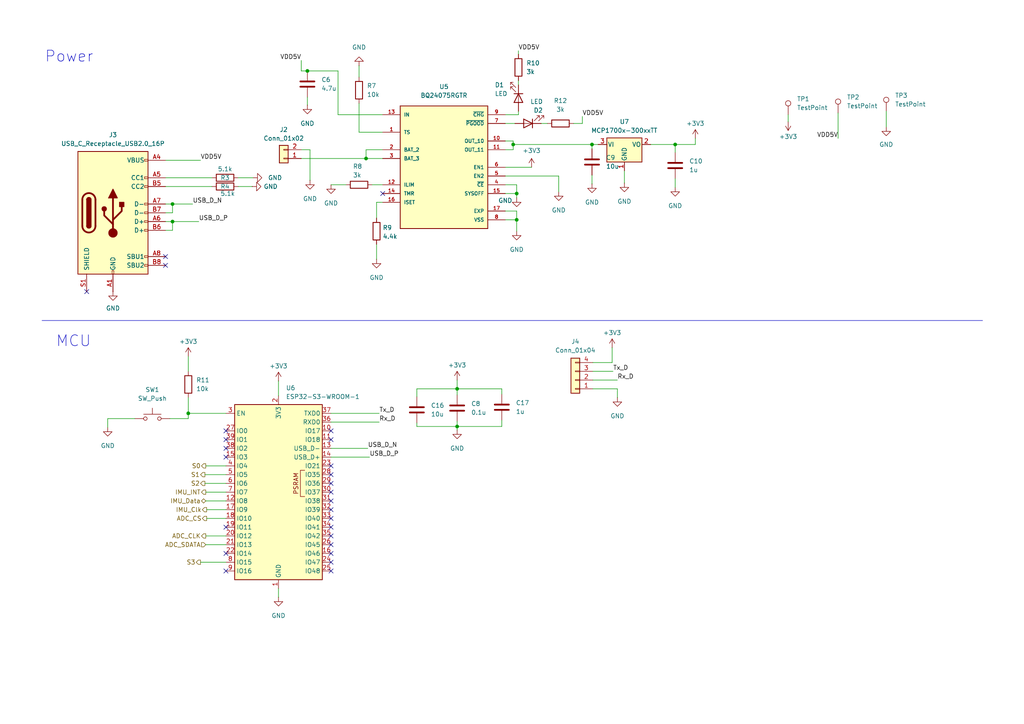
<source format=kicad_sch>
(kicad_sch (version 20250114) (generator "eeschema") (generator_version "9.0")
  (paper "A4")
  (lib_symbols
    (symbol "Connector:TestPoint" (pin_numbers (hide yes)) (pin_names (offset 0.762) (hide yes))
      (property "Reference" "TP" (at 0 6.858 0))
      (property "Value" "TestPoint" (at 0 5.08 0))
      (symbol "TestPoint_0_1"
        (circle (center 0 3.302) (radius 0.762))
      )
      (symbol "TestPoint_1_1"
        (pin passive line (at 0 0 90) (length 2.54) (name "1") (number "1"))
      )
    )
    (symbol "Connector:USB_C_Receptacle_USB2.0_16P" (pin_names (offset 1.016))
      (property "Reference" "J" (at 0 22.225 0))
      (property "Value" "USB_C_Receptacle_USB2.0_16P" (at 0 19.685 0))
      (symbol "USB_C_Receptacle_USB2.0_16P_0_0"
        (rectangle (start -0.254 -17.78) (end 0.254 -16.764))
        (rectangle (start 10.16 15.494) (end 9.144 14.986))
        (rectangle (start 10.16 10.414) (end 9.144 9.906))
        (rectangle (start 10.16 7.874) (end 9.144 7.366))
        (rectangle (start 10.16 2.794) (end 9.144 2.286))
        (rectangle (start 10.16 0.254) (end 9.144 -0.254))
        (rectangle (start 10.16 -2.286) (end 9.144 -2.794))
        (rectangle (start 10.16 -4.826) (end 9.144 -5.334))
        (rectangle (start 10.16 -12.446) (end 9.144 -12.954))
        (rectangle (start 10.16 -14.986) (end 9.144 -15.494))
      )
      (symbol "USB_C_Receptacle_USB2.0_16P_0_1"
        (rectangle (start -10.16 17.78) (end 10.16 -17.78) (stroke (width 0.254)) (fill (type background)))
        (polyline (pts (xy -8.89 -3.81) (xy -8.89 3.81)) (stroke (width 0.508)))
        (rectangle (start -7.62 -3.81) (end -6.35 3.81) (stroke (width 0.254)) (fill (type outline)))
        (arc (start -7.62 3.81) (mid -6.985 4.4423) (end -6.35 3.81) (stroke (width 0.254)))
        (arc (start -7.62 3.81) (mid -6.985 4.4423) (end -6.35 3.81) (stroke (width 0.254)) (fill (type outline)))
        (arc (start -8.89 3.81) (mid -6.985 5.7067) (end -5.08 3.81) (stroke (width 0.508)))
        (arc (start -5.08 -3.81) (mid -6.985 -5.7067) (end -8.89 -3.81) (stroke (width 0.508)))
        (arc (start -6.35 -3.81) (mid -6.985 -4.4423) (end -7.62 -3.81) (stroke (width 0.254)))
        (arc (start -6.35 -3.81) (mid -6.985 -4.4423) (end -7.62 -3.81) (stroke (width 0.254)) (fill (type outline)))
        (polyline (pts (xy -5.08 3.81) (xy -5.08 -3.81)) (stroke (width 0.508)))
        (circle (center -2.54 1.143) (radius 0.635) (stroke (width 0.254)) (fill (type outline)))
        (polyline (pts (xy -1.27 4.318) (xy 0 6.858) (xy 1.27 4.318) (xy -1.27 4.318)) (stroke (width 0.254)) (fill (type outline)))
        (polyline (pts (xy 0 -2.032) (xy 2.54 0.508) (xy 2.54 1.778)) (stroke (width 0.508)))
        (polyline (pts (xy 0 -3.302) (xy -2.54 -0.762) (xy -2.54 0.508)) (stroke (width 0.508)))
        (polyline (pts (xy 0 -5.842) (xy 0 4.318)) (stroke (width 0.508)))
        (circle (center 0 -5.842) (radius 1.27) (fill (type outline)))
        (rectangle (start 1.905 1.778) (end 3.175 3.048) (stroke (width 0.254)) (fill (type outline)))
      )
      (symbol "USB_C_Receptacle_USB2.0_16P_1_1"
        (pin passive line (at -7.62 -22.86 90) (length 5.08) (name "SHIELD") (number "S1"))
        (pin passive line (at 0 -22.86 90) (length 5.08) (name "GND") (number "A1"))
        (pin passive line (at 0 -22.86 90) (length 5.08) (hide yes) (name "GND") (number "A12"))
        (pin passive line (at 0 -22.86 90) (length 5.08) (hide yes) (name "GND") (number "B1"))
        (pin passive line (at 0 -22.86 90) (length 5.08) (hide yes) (name "GND") (number "B12"))
        (pin passive line (at 15.24 15.24 180) (length 5.08) (name "VBUS") (number "A4"))
        (pin passive line (at 15.24 15.24 180) (length 5.08) (hide yes) (name "VBUS") (number "A9"))
        (pin passive line (at 15.24 15.24 180) (length 5.08) (hide yes) (name "VBUS") (number "B4"))
        (pin passive line (at 15.24 15.24 180) (length 5.08) (hide yes) (name "VBUS") (number "B9"))
        (pin bidirectional line (at 15.24 10.16 180) (length 5.08) (name "CC1") (number "A5"))
        (pin bidirectional line (at 15.24 7.62 180) (length 5.08) (name "CC2") (number "B5"))
        (pin bidirectional line (at 15.24 2.54 180) (length 5.08) (name "D-") (number "A7"))
        (pin bidirectional line (at 15.24 0 180) (length 5.08) (name "D-") (number "B7"))
        (pin bidirectional line (at 15.24 -2.54 180) (length 5.08) (name "D+") (number "A6"))
        (pin bidirectional line (at 15.24 -5.08 180) (length 5.08) (name "D+") (number "B6"))
        (pin bidirectional line (at 15.24 -12.7 180) (length 5.08) (name "SBU1") (number "A8"))
        (pin bidirectional line (at 15.24 -15.24 180) (length 5.08) (name "SBU2") (number "B8"))
      )
    )
    (symbol "Connector_Generic:Conn_01x02" (pin_names (offset 1.016) (hide yes))
      (property "Reference" "J" (at 0 2.54 0))
      (property "Value" "Conn_01x02" (at 0 -5.08 0))
      (symbol "Conn_01x02_1_1"
        (rectangle (start -1.27 1.27) (end 1.27 -3.81) (stroke (width 0.254)) (fill (type background)))
        (rectangle (start -1.27 0.127) (end 0 -0.127) (stroke (width 0.1524)))
        (rectangle (start -1.27 -2.413) (end 0 -2.667) (stroke (width 0.1524)))
        (pin passive line (at -5.08 0 0) (length 3.81) (name "Pin_1") (number "1"))
        (pin passive line (at -5.08 -2.54 0) (length 3.81) (name "Pin_2") (number "2"))
      )
    )
    (symbol "Connector_Generic:Conn_01x04" (pin_names (offset 1.016) (hide yes))
      (property "Reference" "J" (at 0 5.08 0))
      (property "Value" "Conn_01x04" (at 0 -7.62 0))
      (symbol "Conn_01x04_1_1"
        (rectangle (start -1.27 3.81) (end 1.27 -6.35) (stroke (width 0.254)) (fill (type background)))
        (rectangle (start -1.27 2.667) (end 0 2.413) (stroke (width 0.1524)))
        (rectangle (start -1.27 0.127) (end 0 -0.127) (stroke (width 0.1524)))
        (rectangle (start -1.27 -2.413) (end 0 -2.667) (stroke (width 0.1524)))
        (rectangle (start -1.27 -4.953) (end 0 -5.207) (stroke (width 0.1524)))
        (pin passive line (at -5.08 2.54 0) (length 3.81) (name "Pin_1") (number "1"))
        (pin passive line (at -5.08 0 0) (length 3.81) (name "Pin_2") (number "2"))
        (pin passive line (at -5.08 -2.54 0) (length 3.81) (name "Pin_3") (number "3"))
        (pin passive line (at -5.08 -5.08 0) (length 3.81) (name "Pin_4") (number "4"))
      )
    )
    (symbol "Device:C" (pin_numbers (hide yes)) (pin_names (offset 0.254))
      (property "Reference" "C" (at 0.635 2.54 0))
      (property "Value" "C" (at 0.635 -2.54 0))
      (symbol "C_0_1"
        (polyline (pts (xy -2.032 0.762) (xy 2.032 0.762)) (stroke (width 0.508)))
        (polyline (pts (xy -2.032 -0.762) (xy 2.032 -0.762)) (stroke (width 0.508)))
      )
      (symbol "C_1_1"
        (pin passive line (at 0 3.81 270) (length 2.794) (name "~") (number "1"))
        (pin passive line (at 0 -3.81 90) (length 2.794) (name "~") (number "2"))
      )
    )
    (symbol "Device:LED" (pin_numbers (hide yes)) (pin_names (offset 1.016) (hide yes))
      (property "Reference" "D" (at 0 2.54 0))
      (property "Value" "LED" (at 0 -2.54 0))
      (symbol "LED_0_1"
        (polyline (pts (xy -3.048 -0.762) (xy -4.572 -2.286) (xy -3.81 -2.286) (xy -4.572 -2.286) (xy -4.572 -1.524)))
        (polyline (pts (xy -1.778 -0.762) (xy -3.302 -2.286) (xy -2.54 -2.286) (xy -3.302 -2.286) (xy -3.302 -1.524)))
        (polyline (pts (xy -1.27 0) (xy 1.27 0)))
        (polyline (pts (xy -1.27 -1.27) (xy -1.27 1.27)) (stroke (width 0.254)))
        (polyline (pts (xy 1.27 -1.27) (xy 1.27 1.27) (xy -1.27 0) (xy 1.27 -1.27)) (stroke (width 0.254)))
      )
      (symbol "LED_1_1"
        (pin passive line (at -3.81 0 0) (length 2.54) (name "K") (number "1"))
        (pin passive line (at 3.81 0 180) (length 2.54) (name "A") (number "2"))
      )
    )
    (symbol "Device:R" (pin_numbers (hide yes)) (pin_names (offset 0))
      (property "Reference" "R" (at 2.032 0 90))
      (property "Value" "R" (at 0 0 90))
      (symbol "R_0_1"
        (rectangle (start -1.016 -2.54) (end 1.016 2.54) (stroke (width 0.254)))
      )
      (symbol "R_1_1"
        (pin passive line (at 0 3.81 270) (length 1.27) (name "~") (number "1"))
        (pin passive line (at 0 -3.81 90) (length 1.27) (name "~") (number "2"))
      )
    )
    (symbol "PP_Senior_Design:BQ24075RGTR" (pin_names (offset 1.016))
      (property "Reference" "U" (at -12.7 18.78 0))
      (property "Value" "BQ24075RGTR" (at -12.7 -21.78 0))
      (symbol "BQ24075RGTR_0_0"
        (rectangle (start -12.7 -17.78) (end 12.7 17.78) (stroke (width 0.254)) (fill (type background)))
        (pin input line (at -17.78 15.24 0) (length 5.08) (name "IN") (number "13"))
        (pin input line (at -17.78 10.16 0) (length 5.08) (name "TS") (number "1"))
        (pin bidirectional line (at -17.78 5.08 0) (length 5.08) (name "BAT_2") (number "2"))
        (pin bidirectional line (at -17.78 2.54 0) (length 5.08) (name "BAT_3") (number "3"))
        (pin input line (at -17.78 -5.08 0) (length 5.08) (name "ILIM") (number "12"))
        (pin input line (at -17.78 -7.62 0) (length 5.08) (name "TMR") (number "14"))
        (pin bidirectional line (at -17.78 -10.16 0) (length 5.08) (name "ISET") (number "16"))
        (pin output line (at 17.78 15.24 180) (length 5.08) (name "~{CHG}") (number "9"))
        (pin output line (at 17.78 12.7 180) (length 5.08) (name "~{PGOOD}") (number "7"))
        (pin output line (at 17.78 7.62 180) (length 5.08) (name "OUT_10") (number "10"))
        (pin output line (at 17.78 5.08 180) (length 5.08) (name "OUT_11") (number "11"))
        (pin input line (at 17.78 0 180) (length 5.08) (name "EN1") (number "6"))
        (pin input line (at 17.78 -2.54 180) (length 5.08) (name "EN2") (number "5"))
        (pin input line (at 17.78 -5.08 180) (length 5.08) (name "~{CE}") (number "4"))
        (pin input line (at 17.78 -7.62 180) (length 5.08) (name "SYSOFF") (number "15"))
        (pin power_in line (at 17.78 -12.7 180) (length 5.08) (name "EXP") (number "17"))
        (pin power_in line (at 17.78 -15.24 180) (length 5.08) (name "VSS") (number "8"))
      )
    )
    (symbol "RF_Module:ESP32-S3-WROOM-1"
      (property "Reference" "U" (at -12.7 26.67 0))
      (property "Value" "ESP32-S3-WROOM-1" (at 12.7 26.67 0))
      (symbol "ESP32-S3-WROOM-1_0_0"
        (rectangle (start -12.7 25.4) (end 12.7 -25.4) (stroke (width 0.254)) (fill (type background)))
        (text "PSRAM" (at 5.08 2.54 900) (effects (font (size 1.27 1.27))))
      )
      (symbol "ESP32-S3-WROOM-1_0_1"
        (polyline (pts (xy 7.62 -1.27) (xy 6.35 -1.27) (xy 6.35 6.35) (xy 7.62 6.35)))
      )
      (symbol "ESP32-S3-WROOM-1_1_1"
        (pin input line (at -15.24 22.86 0) (length 2.54) (name "EN") (number "3"))
        (pin bidirectional line (at -15.24 17.78 0) (length 2.54) (name "IO0") (number "27"))
        (pin bidirectional line (at -15.24 15.24 0) (length 2.54) (name "IO1") (number "39"))
        (pin bidirectional line (at -15.24 12.7 0) (length 2.54) (name "IO2") (number "38"))
        (pin bidirectional line (at -15.24 10.16 0) (length 2.54) (name "IO3") (number "15"))
        (pin bidirectional line (at -15.24 7.62 0) (length 2.54) (name "IO4") (number "4"))
        (pin bidirectional line (at -15.24 5.08 0) (length 2.54) (name "IO5") (number "5"))
        (pin bidirectional line (at -15.24 2.54 0) (length 2.54) (name "IO6") (number "6"))
        (pin bidirectional line (at -15.24 0 0) (length 2.54) (name "IO7") (number "7"))
        (pin bidirectional line (at -15.24 -2.54 0) (length 2.54) (name "IO8") (number "12"))
        (pin bidirectional line (at -15.24 -5.08 0) (length 2.54) (name "IO9") (number "17"))
        (pin bidirectional line (at -15.24 -7.62 0) (length 2.54) (name "IO10") (number "18"))
        (pin bidirectional line (at -15.24 -10.16 0) (length 2.54) (name "IO11") (number "19"))
        (pin bidirectional line (at -15.24 -12.7 0) (length 2.54) (name "IO12") (number "20"))
        (pin bidirectional line (at -15.24 -15.24 0) (length 2.54) (name "IO13") (number "21"))
        (pin bidirectional line (at -15.24 -17.78 0) (length 2.54) (name "IO14") (number "22"))
        (pin bidirectional line (at -15.24 -20.32 0) (length 2.54) (name "IO15") (number "8"))
        (pin bidirectional line (at -15.24 -22.86 0) (length 2.54) (name "IO16") (number "9"))
        (pin power_in line (at 0 27.94 270) (length 2.54) (name "3V3") (number "2"))
        (pin power_in line (at 0 -27.94 90) (length 2.54) (name "GND") (number "1"))
        (pin passive line (at 0 -27.94 90) (length 2.54) (hide yes) (name "GND") (number "40"))
        (pin passive line (at 0 -27.94 90) (length 2.54) (hide yes) (name "GND") (number "41"))
        (pin bidirectional line (at 15.24 22.86 180) (length 2.54) (name "TXD0") (number "37"))
        (pin bidirectional line (at 15.24 20.32 180) (length 2.54) (name "RXD0") (number "36"))
        (pin bidirectional line (at 15.24 17.78 180) (length 2.54) (name "IO17") (number "10"))
        (pin bidirectional line (at 15.24 15.24 180) (length 2.54) (name "IO18") (number "11"))
        (pin bidirectional line (at 15.24 12.7 180) (length 2.54) (name "USB_D-") (number "13"))
        (pin bidirectional line (at 15.24 10.16 180) (length 2.54) (name "USB_D+") (number "14"))
        (pin bidirectional line (at 15.24 7.62 180) (length 2.54) (name "IO21") (number "23"))
        (pin bidirectional line (at 15.24 5.08 180) (length 2.54) (name "IO35") (number "28"))
        (pin bidirectional line (at 15.24 2.54 180) (length 2.54) (name "IO36") (number "29"))
        (pin bidirectional line (at 15.24 0 180) (length 2.54) (name "IO37") (number "30"))
        (pin bidirectional line (at 15.24 -2.54 180) (length 2.54) (name "IO38") (number "31"))
        (pin bidirectional line (at 15.24 -5.08 180) (length 2.54) (name "IO39") (number "32"))
        (pin bidirectional line (at 15.24 -7.62 180) (length 2.54) (name "IO40") (number "33"))
        (pin bidirectional line (at 15.24 -10.16 180) (length 2.54) (name "IO41") (number "34"))
        (pin bidirectional line (at 15.24 -12.7 180) (length 2.54) (name "IO42") (number "35"))
        (pin bidirectional line (at 15.24 -15.24 180) (length 2.54) (name "IO45") (number "26"))
        (pin bidirectional line (at 15.24 -17.78 180) (length 2.54) (name "IO46") (number "16"))
        (pin bidirectional line (at 15.24 -20.32 180) (length 2.54) (name "IO47") (number "24"))
        (pin bidirectional line (at 15.24 -22.86 180) (length 2.54) (name "IO48") (number "25"))
      )
    )
    (symbol "Regulator_Linear:MCP1700x-300xxTT" (pin_names (offset 0.254))
      (property "Reference" "U" (at -3.81 3.175 0))
      (property "Value" "MCP1700x-300xxTT" (at 0 3.175 0))
      (symbol "MCP1700x-300xxTT_0_1"
        (rectangle (start -5.08 1.905) (end 5.08 -5.08) (stroke (width 0.254)) (fill (type background)))
      )
      (symbol "MCP1700x-300xxTT_1_1"
        (pin power_in line (at -7.62 0 0) (length 2.54) (name "VI") (number "3"))
        (pin power_in line (at 0 -7.62 90) (length 2.54) (name "GND") (number "1"))
        (pin power_out line (at 7.62 0 180) (length 2.54) (name "VO") (number "2"))
      )
    )
    (symbol "Switch:SW_Push" (pin_numbers (hide yes)) (pin_names (offset 1.016) (hide yes))
      (property "Reference" "SW" (at 1.27 2.54 0))
      (property "Value" "SW_Push" (at 0 -1.524 0))
      (symbol "SW_Push_0_1"
        (circle (center -2.032 0) (radius 0.508))
        (polyline (pts (xy 0 1.27) (xy 0 3.048)))
        (circle (center 2.032 0) (radius 0.508))
        (polyline (pts (xy 2.54 1.27) (xy -2.54 1.27)))
        (pin passive line (at -5.08 0 0) (length 2.54) (name "1") (number "1"))
        (pin passive line (at 5.08 0 180) (length 2.54) (name "2") (number "2"))
      )
    )
    (symbol "power:+3V3" (power) (pin_numbers (hide yes)) (pin_names (offset 0) (hide yes))
      (property "Value" "+3V3" (at 0 3.556 0))
      (symbol "+3V3_0_1"
        (polyline (pts (xy -0.762 1.27) (xy 0 2.54)))
        (polyline (pts (xy 0 2.54) (xy 0.762 1.27)))
        (polyline (pts (xy 0 0) (xy 0 2.54)))
      )
      (symbol "+3V3_1_1"
        (pin power_in line (at 0 0 90) (length 0) (name "~") (number "1"))
      )
    )
    (symbol "power:GND" (power) (pin_numbers (hide yes)) (pin_names (offset 0) (hide yes))
      (property "Value" "GND" (at 0 -3.81 0))
      (symbol "GND_0_1"
        (polyline (pts (xy 0 0) (xy 0 -1.27) (xy 1.27 -1.27) (xy 0 -2.54) (xy -1.27 -1.27) (xy 0 -1.27)))
      )
      (symbol "GND_1_1"
        (pin power_in line (at 0 0 270) (length 0) (name "~") (number "1"))
      )
    )
  )
  (text "Power" (at 20.066 16.51 0) (effects (font (size 3.175 3.175))))
  (text "MCU\n" (at 21.336 99.06 0) (effects (font (size 3.175 3.175))))
  (junction (at 171.704 41.91))
  (junction (at 195.834 41.91))
  (junction (at 132.588 123.698))
  (junction (at 54.61 119.888))
  (junction (at 50.038 64.262))
  (junction (at 132.588 112.776))
  (junction (at 106.172 45.974))
  (junction (at 149.86 63.754))
  (junction (at 89.154 20.574))
  (junction (at 50.038 59.182))
  (junction (at 149.86 56.134))
  (junction (at 148.844 41.91))
  (no_connect (at 96.012 147.828))
  (no_connect (at 96.012 152.908))
  (no_connect (at 65.532 160.528))
  (no_connect (at 96.012 163.068))
  (no_connect (at 65.532 124.968))
  (no_connect (at 65.532 152.908))
  (no_connect (at 96.012 124.968))
  (no_connect (at 65.532 165.608))
  (no_connect (at 65.532 132.588))
  (no_connect (at 65.532 130.048))
  (no_connect (at 65.532 127.508))
  (no_connect (at 96.012 142.748))
  (no_connect (at 96.012 165.608))
  (no_connect (at 110.998 56.134))
  (no_connect (at 96.012 160.528))
  (no_connect (at 96.012 157.988))
  (no_connect (at 96.012 150.368))
  (no_connect (at 25.146 84.582))
  (no_connect (at 96.012 145.288))
  (no_connect (at 96.012 155.448))
  (no_connect (at 48.006 76.962))
  (no_connect (at 96.012 135.128))
  (no_connect (at 96.012 137.668))
  (no_connect (at 48.006 74.422))
  (no_connect (at 96.012 140.208))
  (no_connect (at 96.012 127.508))
  (wire (pts (xy 54.61 119.888) (xy 65.532 119.888)))
  (wire (pts (xy 171.958 110.236) (xy 179.07 110.236)))
  (wire (pts (xy 107.95 53.594) (xy 110.998 53.594)))
  (wire (pts (xy 171.958 105.156) (xy 177.546 105.156)))
  (wire (pts (xy 148.844 41.91) (xy 148.844 43.434)))
  (wire (pts (xy 145.542 112.776) (xy 132.588 112.776)))
  (wire (pts (xy 89.916 43.434) (xy 89.916 52.324)))
  (wire (pts (xy 171.704 50.8) (xy 171.704 53.34)))
  (wire (pts (xy 168.91 35.814) (xy 168.91 33.782)))
  (wire (pts (xy 106.172 45.974) (xy 106.172 46.228)))
  (wire (pts (xy 120.904 112.776) (xy 132.588 112.776)))
  (wire (pts (xy 149.86 56.134) (xy 149.86 57.404)))
  (wire (pts (xy 146.558 33.274) (xy 150.368 33.274)))
  (wire (pts (xy 98.044 20.574) (xy 98.044 33.274)))
  (wire (pts (xy 89.154 28.194) (xy 89.154 30.48)))
  (wire (pts (xy 149.86 63.754) (xy 149.86 67.056)))
  (wire (pts (xy 106.172 45.974) (xy 110.998 45.974)))
  (wire (pts (xy 100.33 53.594) (xy 96.012 53.594)))
  (wire (pts (xy 171.958 107.696) (xy 177.8 107.696)))
  (wire (pts (xy 59.69 145.288) (xy 65.532 145.288)))
  (wire (pts (xy 96.012 132.588) (xy 107.188 132.588)))
  (wire (pts (xy 87.376 20.574) (xy 89.154 20.574)))
  (wire (pts (xy 132.588 123.698) (xy 132.588 124.714)))
  (wire (pts (xy 96.012 122.428) (xy 109.982 122.428)))
  (wire (pts (xy 195.834 51.816) (xy 195.834 54.356)))
  (wire (pts (xy 104.14 22.352) (xy 104.14 19.05)))
  (wire (pts (xy 109.22 58.674) (xy 110.998 58.674)))
  (wire (pts (xy 59.436 137.668) (xy 65.532 137.668)))
  (wire (pts (xy 59.69 155.448) (xy 65.532 155.448)))
  (wire (pts (xy 48.006 54.102) (xy 61.468 54.102)))
  (wire (pts (xy 162.052 51.054) (xy 146.558 51.054)))
  (wire (pts (xy 58.166 163.068) (xy 65.532 163.068)))
  (wire (pts (xy 59.69 142.748) (xy 65.532 142.748)))
  (wire (pts (xy 148.844 43.434) (xy 146.558 43.434)))
  (wire (pts (xy 31.242 121.412) (xy 31.242 123.952)))
  (wire (pts (xy 243.078 32.766) (xy 243.078 40.132)))
  (wire (pts (xy 54.61 115.316) (xy 54.61 119.888)))
  (wire (pts (xy 181.102 49.53) (xy 181.102 53.086)))
  (wire (pts (xy 110.998 43.434) (xy 106.172 43.434)))
  (wire (pts (xy 59.944 147.828) (xy 65.532 147.828)))
  (wire (pts (xy 48.006 46.482) (xy 58.166 46.482)))
  (wire (pts (xy 80.772 170.688) (xy 80.772 173.228)))
  (wire (pts (xy 146.558 63.754) (xy 149.86 63.754)))
  (wire (pts (xy 188.722 41.91) (xy 195.834 41.91)))
  (wire (pts (xy 156.972 35.814) (xy 158.75 35.814)))
  (wire (pts (xy 120.904 115.062) (xy 120.904 112.776)))
  (wire (pts (xy 96.012 119.888) (xy 109.982 119.888)))
  (wire (pts (xy 149.86 61.214) (xy 149.86 63.754)))
  (wire (pts (xy 146.558 56.134) (xy 149.86 56.134)))
  (wire (pts (xy 80.772 110.49) (xy 80.772 114.808)))
  (wire (pts (xy 59.69 135.128) (xy 65.532 135.128)))
  (wire (pts (xy 201.676 40.132) (xy 201.676 41.91)))
  (wire (pts (xy 110.998 38.354) (xy 104.14 38.354)))
  (wire (pts (xy 171.958 112.776) (xy 179.07 112.776)))
  (wire (pts (xy 54.61 103.378) (xy 54.61 107.696)))
  (wire (pts (xy 106.172 43.434) (xy 106.172 45.974)))
  (wire (pts (xy 48.006 64.262) (xy 50.038 64.262)))
  (wire (pts (xy 257.048 32.258) (xy 257.048 36.83)))
  (wire (pts (xy 48.006 51.562) (xy 61.468 51.562)))
  (wire (pts (xy 98.044 33.274) (xy 110.998 33.274)))
  (wire (pts (xy 132.588 112.776) (xy 132.588 114.554)))
  (wire (pts (xy 50.038 59.182) (xy 55.88 59.182)))
  (wire (pts (xy 50.038 64.262) (xy 57.658 64.262)))
  (wire (pts (xy 31.242 121.412) (xy 39.116 121.412)))
  (wire (pts (xy 87.376 43.434) (xy 89.916 43.434)))
  (wire (pts (xy 87.376 45.974) (xy 106.172 45.974)))
  (wire (pts (xy 166.37 35.814) (xy 168.91 35.814)))
  (wire (pts (xy 177.546 100.838) (xy 177.546 105.156)))
  (wire (pts (xy 228.6 35.306) (xy 228.6 33.274)))
  (wire (pts (xy 96.012 130.048) (xy 106.68 130.048)))
  (wire (pts (xy 109.22 58.674) (xy 109.22 63.246)))
  (wire (pts (xy 145.542 123.698) (xy 132.588 123.698)))
  (wire (pts (xy 146.558 40.894) (xy 148.844 40.894)))
  (wire (pts (xy 150.368 33.274) (xy 150.368 32.258)))
  (wire (pts (xy 59.69 157.988) (xy 65.532 157.988)))
  (polyline (pts (xy 12.192 92.964) (xy 284.988 92.964)))
  (wire (pts (xy 171.704 41.91) (xy 173.482 41.91)))
  (wire (pts (xy 179.07 112.776) (xy 179.07 115.316)))
  (wire (pts (xy 148.844 41.91) (xy 171.704 41.91)))
  (wire (pts (xy 59.944 150.368) (xy 65.532 150.368)))
  (wire (pts (xy 132.588 122.174) (xy 132.588 123.698)))
  (wire (pts (xy 104.14 29.972) (xy 104.14 38.354)))
  (wire (pts (xy 59.436 140.208) (xy 65.532 140.208)))
  (wire (pts (xy 50.038 59.182) (xy 50.038 61.722)))
  (wire (pts (xy 48.006 59.182) (xy 50.038 59.182)))
  (wire (pts (xy 48.006 61.722) (xy 50.038 61.722)))
  (wire (pts (xy 69.088 54.102) (xy 73.152 54.102)))
  (wire (pts (xy 87.376 17.526) (xy 87.376 20.574)))
  (wire (pts (xy 49.276 121.412) (xy 54.61 121.412)))
  (wire (pts (xy 69.088 51.562) (xy 73.406 51.562)))
  (wire (pts (xy 149.86 53.594) (xy 149.86 56.134)))
  (wire (pts (xy 145.542 114.3) (xy 145.542 112.776)))
  (wire (pts (xy 109.22 70.866) (xy 109.22 75.184)))
  (wire (pts (xy 120.904 123.698) (xy 132.588 123.698)))
  (wire (pts (xy 50.038 66.802) (xy 50.038 64.262)))
  (wire (pts (xy 145.542 121.92) (xy 145.542 123.698)))
  (wire (pts (xy 132.588 110.236) (xy 132.588 112.776)))
  (wire (pts (xy 154.178 48.514) (xy 146.558 48.514)))
  (wire (pts (xy 89.154 20.574) (xy 98.044 20.574)))
  (wire (pts (xy 149.86 61.214) (xy 146.558 61.214)))
  (wire (pts (xy 150.368 15.748) (xy 150.368 14.732)))
  (wire (pts (xy 54.61 119.888) (xy 54.61 121.412)))
  (wire (pts (xy 146.558 35.814) (xy 149.352 35.814)))
  (wire (pts (xy 48.006 66.802) (xy 50.038 66.802)))
  (wire (pts (xy 195.834 41.91) (xy 195.834 44.196)))
  (wire (pts (xy 171.704 41.91) (xy 171.704 43.18)))
  (wire (pts (xy 120.904 122.682) (xy 120.904 123.698)))
  (wire (pts (xy 148.844 40.894) (xy 148.844 41.91)))
  (wire (pts (xy 195.834 41.91) (xy 201.676 41.91)))
  (wire (pts (xy 150.368 23.368) (xy 150.368 24.638)))
  (wire (pts (xy 149.86 53.594) (xy 146.558 53.594)))
  (wire (pts (xy 162.052 51.054) (xy 162.052 55.626)))
  (label "USB_D_N" (at 106.68 130.048 0))
  (label "VDD5V" (at 58.166 46.482 0))
  (label "Rx_D" (at 179.07 110.236 0))
  (label "VDD5V" (at 243.078 40.132 180))
  (label "VDD5V" (at 150.368 14.732 0))
  (label "USB_D_P" (at 107.188 132.588 0))
  (label "Rx_D" (at 109.982 122.428 0))
  (label "Tx_D" (at 109.982 119.888 0))
  (label "VDD5V" (at 87.376 17.526 180))
  (label "VDD5V" (at 168.91 33.782 0))
  (label "Tx_D" (at 177.8 107.696 0))
  (label "USB_D_N" (at 55.88 59.182 0))
  (label "USB_D_P" (at 57.658 64.262 0))
  (hierarchical_label "ADC_SDATA" (shape input) (at 59.69 157.988 180))
  (hierarchical_label "IMU_Data" (shape bidirectional) (at 59.69 145.288 180))
  (hierarchical_label "S0" (shape output) (at 59.69 135.128 180))
  (hierarchical_label "S3" (shape output) (at 58.166 163.068 180))
  (hierarchical_label "ADC_CLK" (shape output) (at 59.69 155.448 180))
  (hierarchical_label "S2" (shape output) (at 59.436 140.208 180))
  (hierarchical_label "IMU_INT" (shape output) (at 59.69 142.748 180))
  (hierarchical_label "IMU_Clk" (shape output) (at 59.944 147.828 180))
  (hierarchical_label "ADC_CS" (shape output) (at 59.944 150.368 180))
  (hierarchical_label "S1" (shape output) (at 59.436 137.668 180))
  (symbol (lib_id "power:+3V3") (at 80.772 110.49 0) (unit 1)
    (property "Reference" "#PWR028" (effects (hide yes)))
    (property "Value" "+3V3" (at 80.772 106.172 0))
    (property "Description" "Power symbol creates a global label with name \"+3V3\"" (effects (hide yes)))
  )
  (symbol (lib_id "Device:C") (at 145.542 118.11 0) (unit 1)
    (property "Reference" "C17" (at 149.606 116.8399 0) (effects (justify left)))
    (property "Value" "1u" (at 149.606 119.3799 0) (effects (justify left)))
    (property "Footprint" "Capacitor_SMD:C_0603_1608Metric_Pad1.08x0.95mm_HandSolder" (effects (hide yes)))
    (property "Description" "Unpolarized capacitor" (effects (hide yes)))
  )
  (symbol (lib_id "power:GND") (at 149.86 67.056 0) (unit 1)
    (property "Reference" "#PWR035" (effects (hide yes)))
    (property "Value" "GND" (at 149.86 72.39 0))
    (property "Description" "Power symbol creates a global label with name \"GND\" , ground" (effects (hide yes)))
  )
  (symbol (lib_id "power:GND") (at 73.152 54.102 90) (unit 1)
    (property "Reference" "#PWR020" (effects (hide yes)))
    (property "Value" "GND" (at 76.454 54.1019 90) (effects (justify right)))
    (property "Description" "Power symbol creates a global label with name \"GND\" , ground" (effects (hide yes)))
  )
  (symbol (lib_id "PP_Senior_Design:BQ24075RGTR") (at 128.778 48.514 0) (unit 1)
    (property "Reference" "U5" (at 128.778 25.146 0))
    (property "Value" "BQ24075RGTR" (at 128.778 27.686 0))
    (property "Footprint" "pp_senior_design:QFN50P300X300X100-17N" (effects (hide yes)))
    (property "MF" "Texas Instruments" (effects (hide yes)))
    (property "Description_1" "Standalone 1-cell 1.5-A linear battery charger, Power Path, 4.2-V VBAT and 5.5-V VOUT" (effects (hide yes)))
    (property "Package" "VQFN-16 Texas Instruments" (effects (hide yes)))
    (property "Price" "None" (effects (hide yes)))
    (property "Check_prices" "https://www.snapeda.com/parts/BQ24075RGTR/Texas+Instruments/view-part/?ref=eda" (effects (hide yes)))
    (property "MAXIMUM_PACKAGE_HIEGHT" "1mm" (effects (hide yes)))
    (property "STANDARD" "IPC 7351B" (effects (hide yes)))
    (property "PARTREV" "M" (effects (hide yes)))
    (property "SnapEDA_Link" "https://www.snapeda.com/parts/BQ24075RGTR/Texas+Instruments/view-part/?ref=snap" (effects (hide yes)))
    (property "MP" "BQ24075RGTR" (effects (hide yes)))
    (property "Availability" "In Stock" (effects (hide yes)))
    (property "MANUFACTURER" "Texas Instruments" (effects (hide yes)))
  )
  (symbol (lib_id "Connector_Generic:Conn_01x04") (at 166.878 110.236 180) (unit 1)
    (property "Reference" "J4" (at 166.878 99.06 0))
    (property "Value" "Conn_01x04" (at 166.878 101.6 0))
    (property "Footprint" "Connector_PinHeader_2.54mm:PinHeader_1x04_P2.54mm_Vertical" (effects (hide yes)))
    (property "Description" "Generic connector, single row, 01x04, script generated (kicad-library-utils/schlib/autogen/connector/)" (effects (hide yes)))
  )
  (symbol (lib_id "power:GND") (at 162.052 55.626 0) (unit 1)
    (property "Reference" "#PWR012" (effects (hide yes)))
    (property "Value" "GND" (at 162.052 60.96 0))
    (property "Description" "Power symbol creates a global label with name \"GND\" , ground" (effects (hide yes)))
  )
  (symbol (lib_id "power:GND") (at 104.14 19.05 180) (unit 1)
    (property "Reference" "#PWR038" (effects (hide yes)))
    (property "Value" "GND" (at 104.14 13.716 0))
    (property "Description" "Power symbol creates a global label with name \"GND\" , ground" (effects (hide yes)))
  )
  (symbol (lib_id "Device:LED") (at 153.162 35.814 180) (unit 1)
    (property "Reference" "D2" (at 157.48 32.004 0) (effects (justify left)))
    (property "Value" "LED" (at 157.48 29.464 0) (effects (justify left)))
    (property "Footprint" "LED_SMD:LED_1206_3216Metric_Pad1.42x1.75mm_HandSolder" (effects (hide yes)))
    (property "Description" "Light emitting diode" (effects (hide yes)))
    (property "Sim.Pins" "1=K 2=A" (effects (hide yes)))
  )
  (symbol (lib_id "Device:C") (at 120.904 118.872 0) (unit 1)
    (property "Reference" "C16" (at 124.968 117.6019 0) (effects (justify left)))
    (property "Value" "10u" (at 124.968 120.1419 0) (effects (justify left)))
    (property "Footprint" "Capacitor_SMD:C_0603_1608Metric_Pad1.08x0.95mm_HandSolder" (effects (hide yes)))
    (property "Description" "Unpolarized capacitor" (effects (hide yes)))
  )
  (symbol (lib_id "Switch:SW_Push") (at 44.196 121.412 0) (unit 1)
    (property "Reference" "SW1" (at 44.196 113.03 0))
    (property "Value" "SW_Push" (at 44.196 115.57 0))
    (property "Footprint" "Button_Switch_THT:SW_PUSH_6mm_H5mm" (effects (hide yes)))
    (property "Description" "Push button switch, generic, two pins" (effects (hide yes)))
  )
  (symbol (lib_id "power:GND") (at 73.406 51.562 90) (unit 1)
    (property "Reference" "#PWR021" (effects (hide yes)))
    (property "Value" "GND" (at 77.724 51.5619 90) (effects (justify right)))
    (property "Description" "Power symbol creates a global label with name \"GND\" , ground" (effects (hide yes)))
  )
  (symbol (lib_id "Device:R") (at 104.14 53.594 90) (unit 1)
    (property "Reference" "R8" (at 102.362 48.2599 90) (effects (justify right)))
    (property "Value" "3k" (at 102.362 50.7999 90) (effects (justify right)))
    (property "Footprint" "Resistor_SMD:R_0603_1608Metric_Pad0.98x0.95mm_HandSolder" (effects (hide yes)))
    (property "Description" "Resistor" (effects (hide yes)))
  )
  (symbol (lib_id "Device:R") (at 150.368 19.558 0) (unit 1)
    (property "Reference" "R10" (at 152.654 18.2879 0) (effects (justify left)))
    (property "Value" "3k" (at 152.654 20.8279 0) (effects (justify left)))
    (property "Footprint" "Resistor_SMD:R_0603_1608Metric_Pad0.98x0.95mm_HandSolder" (effects (hide yes)))
    (property "Description" "Resistor" (effects (hide yes)))
  )
  (symbol (lib_id "power:GND") (at 31.242 123.952 0) (unit 1)
    (property "Reference" "#PWR047" (effects (hide yes)))
    (property "Value" "GND" (at 31.242 129.286 0))
    (property "Description" "Power symbol creates a global label with name \"GND\" , ground" (effects (hide yes)))
  )
  (symbol (lib_id "power:+3V3") (at 132.588 110.236 0) (unit 1)
    (property "Reference" "#PWR026" (effects (hide yes)))
    (property "Value" "+3V3" (at 132.588 105.918 0))
    (property "Description" "Power symbol creates a global label with name \"+3V3\"" (effects (hide yes)))
  )
  (symbol (lib_id "Device:C") (at 195.834 48.006 0) (unit 1)
    (property "Reference" "C10" (at 199.898 46.7359 0) (effects (justify left)))
    (property "Value" "1u" (at 199.898 49.2759 0) (effects (justify left)))
    (property "Footprint" "Capacitor_SMD:C_0603_1608Metric_Pad1.08x0.95mm_HandSolder" (effects (hide yes)))
    (property "Description" "Unpolarized capacitor" (effects (hide yes)))
  )
  (symbol (lib_id "RF_Module:ESP32-S3-WROOM-1") (at 80.772 142.748 0) (unit 1)
    (property "Reference" "U6" (at 82.9153 112.522 0) (effects (justify left)))
    (property "Value" "ESP32-S3-WROOM-1" (at 82.9153 115.062 0) (effects (justify left)))
    (property "Footprint" "RF_Module:ESP32-S3-WROOM-1" (effects (hide yes)))
    (property "Datasheet" "https://www.espressif.com/sites/default/files/documentation/esp32-s3-wroom-1_wroom-1u_datasheet_en.pdf" (effects (hide yes)))
    (property "Description" "RF Module, ESP32-S3 SoC, Wi-Fi 802.11b/g/n, Bluetooth, BLE, 32-bit, 3.3V, onboard antenna, SMD" (effects (hide yes)))
  )
  (symbol (lib_id "Connector:TestPoint") (at 243.078 32.766 0) (unit 1)
    (property "Reference" "TP2" (at 245.618 28.1939 0) (effects (justify left)))
    (property "Value" "TestPoint" (at 245.618 30.7339 0) (effects (justify left)))
    (property "Footprint" "TestPoint:TestPoint_THTPad_1.0x1.0mm_Drill0.5mm" (effects (hide yes)))
    (property "Description" "test point" (effects (hide yes)))
  )
  (symbol (lib_id "Regulator_Linear:MCP1700x-300xxTT") (at 181.102 41.91 0) (unit 1)
    (property "Reference" "U7" (at 181.102 35.306 0))
    (property "Value" "MCP1700x-300xxTT" (at 181.102 37.846 0))
    (property "Footprint" "Package_TO_SOT_SMD:SOT-23" (effects (hide yes)))
    (property "Datasheet" "http://ww1.microchip.com/downloads/en/DeviceDoc/20001826D.pdf" (effects (hide yes)))
    (property "Description" "250mA Low Quiscent Current LDO, 3.0V output, SOT-23" (effects (hide yes)))
  )
  (symbol (lib_id "power:GND") (at 89.154 30.48 0) (unit 1)
    (property "Reference" "#PWR037" (effects (hide yes)))
    (property "Value" "GND" (at 89.154 35.814 0))
    (property "Description" "Power symbol creates a global label with name \"GND\" , ground" (effects (hide yes)))
  )
  (symbol (lib_id "power:+3V3") (at 154.178 48.514 0) (unit 1)
    (property "Reference" "#PWR051" (effects (hide yes)))
    (property "Value" "+3V3" (at 154.178 43.688 0))
    (property "Description" "Power symbol creates a global label with name \"+3V3\"" (effects (hide yes)))
  )
  (symbol (lib_id "power:GND") (at 132.588 124.714 0) (unit 1)
    (property "Reference" "#PWR027" (effects (hide yes)))
    (property "Value" "GND" (at 132.588 130.048 0))
    (property "Description" "Power symbol creates a global label with name \"GND\" , ground" (effects (hide yes)))
  )
  (symbol (lib_id "power:+3V3") (at 54.61 103.378 0) (unit 1)
    (property "Reference" "#PWR048" (effects (hide yes)))
    (property "Value" "+3V3" (at 54.61 99.06 0))
    (property "Description" "Power symbol creates a global label with name \"+3V3\"" (effects (hide yes)))
  )
  (symbol (lib_id "power:GND") (at 89.916 52.324 0) (unit 1)
    (property "Reference" "#PWR039" (effects (hide yes)))
    (property "Value" "GND" (at 89.916 57.658 0))
    (property "Description" "Power symbol creates a global label with name \"GND\" , ground" (effects (hide yes)))
  )
  (symbol (lib_id "Device:LED") (at 150.368 28.448 270) (unit 1)
    (property "Reference" "D1" (at 143.51 24.638 90) (effects (justify left)))
    (property "Value" "LED" (at 143.51 27.178 90) (effects (justify left)))
    (property "Footprint" "LED_SMD:LED_0805_2012Metric_Pad1.15x1.40mm_HandSolder" (effects (hide yes)))
    (property "Description" "Light emitting diode" (effects (hide yes)))
    (property "Sim.Pins" "1=K 2=A" (effects (hide yes)))
  )
  (symbol (lib_id "power:GND") (at 195.834 54.356 0) (unit 1)
    (property "Reference" "#PWR031" (effects (hide yes)))
    (property "Value" "GND" (at 195.834 59.69 0))
    (property "Description" "Power symbol creates a global label with name \"GND\" , ground" (effects (hide yes)))
  )
  (symbol (lib_id "power:+3V3") (at 201.676 40.132 0) (unit 1)
    (property "Reference" "#PWR032" (effects (hide yes)))
    (property "Value" "+3V3" (at 201.676 35.814 0))
    (property "Description" "Power symbol creates a global label with name \"+3V3\"" (effects (hide yes)))
  )
  (symbol (lib_id "Connector:USB_C_Receptacle_USB2.0_16P") (at 32.766 61.722 0) (unit 1)
    (property "Reference" "J3" (at 32.766 39.116 0))
    (property "Value" "USB_C_Receptacle_USB2.0_16P" (at 32.766 41.656 0))
    (property "Footprint" "Connector_USB:USB_C_Receptacle_G-Switch_GT-USB-7010ASV" (effects (hide yes)))
    (property "Datasheet" "https://www.usb.org/sites/default/files/documents/usb_type-c.zip" (effects (hide yes)))
    (property "Description" "USB 2.0-only 16P Type-C Receptacle connector" (effects (hide yes)))
  )
  (symbol (lib_id "Connector:TestPoint") (at 228.6 33.274 0) (unit 1)
    (property "Reference" "TP1" (at 231.14 28.7019 0) (effects (justify left)))
    (property "Value" "TestPoint" (at 231.14 31.2419 0) (effects (justify left)))
    (property "Footprint" "TestPoint:TestPoint_THTPad_1.0x1.0mm_Drill0.5mm" (effects (hide yes)))
    (property "Description" "test point" (effects (hide yes)))
  )
  (symbol (lib_id "Device:R") (at 54.61 111.506 0) (unit 1)
    (property "Reference" "R11" (at 56.896 110.2359 0) (effects (justify left)))
    (property "Value" "10k" (at 56.896 112.7759 0) (effects (justify left)))
    (property "Footprint" "Resistor_SMD:R_0603_1608Metric_Pad0.98x0.95mm_HandSolder" (effects (hide yes)))
    (property "Description" "Resistor" (effects (hide yes)))
  )
  (symbol (lib_id "Device:C") (at 132.588 118.364 0) (unit 1)
    (property "Reference" "C8" (at 136.652 117.0939 0) (effects (justify left)))
    (property "Value" "0.1u" (at 136.652 119.6339 0) (effects (justify left)))
    (property "Footprint" "Capacitor_SMD:C_0603_1608Metric_Pad1.08x0.95mm_HandSolder" (effects (hide yes)))
    (property "Description" "Unpolarized capacitor" (effects (hide yes)))
  )
  (symbol (lib_id "Device:R") (at 104.14 26.162 0) (unit 1)
    (property "Reference" "R7" (at 106.426 24.8919 0) (effects (justify left)))
    (property "Value" "10k" (at 106.426 27.4319 0) (effects (justify left)))
    (property "Footprint" "Resistor_SMD:R_0603_1608Metric_Pad0.98x0.95mm_HandSolder" (effects (hide yes)))
    (property "Description" "Resistor" (effects (hide yes)))
  )
  (symbol (lib_id "power:GND") (at 171.704 53.34 0) (unit 1)
    (property "Reference" "#PWR033" (effects (hide yes)))
    (property "Value" "GND" (at 171.704 58.674 0))
    (property "Description" "Power symbol creates a global label with name \"GND\" , ground" (effects (hide yes)))
  )
  (symbol (lib_id "Device:R") (at 109.22 67.056 180) (unit 1)
    (property "Reference" "R9" (at 110.998 66.04 0) (effects (justify right)))
    (property "Value" "4.4k" (at 110.998 68.58 0) (effects (justify right)))
    (property "Footprint" "Resistor_SMD:R_0603_1608Metric_Pad0.98x0.95mm_HandSolder" (effects (hide yes)))
    (property "Description" "Resistor" (effects (hide yes)))
  )
  (symbol (lib_id "power:GND") (at 181.102 53.086 0) (unit 1)
    (property "Reference" "#PWR043" (effects (hide yes)))
    (property "Value" "GND" (at 181.102 58.42 0))
    (property "Description" "Power symbol creates a global label with name \"GND\" , ground" (effects (hide yes)))
  )
  (symbol (lib_id "power:+3V3") (at 228.6 35.306 180) (unit 1)
    (property "Reference" "#PWR011" (effects (hide yes)))
    (property "Value" "+3V3" (at 228.6 39.624 0))
    (property "Description" "Power symbol creates a global label with name \"+3V3\"" (effects (hide yes)))
  )
  (symbol (lib_id "power:GND") (at 109.22 75.184 0) (unit 1)
    (property "Reference" "#PWR042" (effects (hide yes)))
    (property "Value" "GND" (at 109.22 80.518 0))
    (property "Description" "Power symbol creates a global label with name \"GND\" , ground" (effects (hide yes)))
  )
  (symbol (lib_id "power:GND") (at 179.07 115.316 0) (unit 1)
    (property "Reference" "#PWR046" (effects (hide yes)))
    (property "Value" "GND" (at 179.07 120.65 0))
    (property "Description" "Power symbol creates a global label with name \"GND\" , ground" (effects (hide yes)))
  )
  (symbol (lib_id "Connector:TestPoint") (at 257.048 32.258 0) (unit 1)
    (property "Reference" "TP3" (at 259.588 27.6859 0) (effects (justify left)))
    (property "Value" "TestPoint" (at 259.588 30.2259 0) (effects (justify left)))
    (property "Footprint" "TestPoint:TestPoint_THTPad_1.0x1.0mm_Drill0.5mm" (effects (hide yes)))
    (property "Description" "test point" (effects (hide yes)))
  )
  (symbol (lib_id "power:+3V3") (at 177.546 100.838 0) (unit 1)
    (property "Reference" "#PWR029" (effects (hide yes)))
    (property "Value" "+3V3" (at 177.546 96.52 0))
    (property "Description" "Power symbol creates a global label with name \"+3V3\"" (effects (hide yes)))
  )
  (symbol (lib_id "power:GND") (at 149.86 57.404 0) (unit 1)
    (property "Reference" "#PWR036" (effects (hide yes)))
    (property "Value" "GND" (at 146.558 58.166 0))
    (property "Description" "Power symbol creates a global label with name \"GND\" , ground" (effects (hide yes)))
  )
  (symbol (lib_id "Device:R") (at 65.278 54.102 90) (unit 1)
    (property "Reference" "R4" (at 65.278 54.102 90))
    (property "Value" "5.1k" (at 66.04 56.134 90))
    (property "Footprint" "Resistor_SMD:R_0603_1608Metric_Pad0.98x0.95mm_HandSolder" (effects (hide yes)))
    (property "Description" "Resistor" (effects (hide yes)))
  )
  (symbol (lib_id "power:GND") (at 80.772 173.228 0) (unit 1)
    (property "Reference" "#PWR030" (effects (hide yes)))
    (property "Value" "GND" (at 80.772 178.562 0))
    (property "Description" "Power symbol creates a global label with name \"GND\" , ground" (effects (hide yes)))
  )
  (symbol (lib_id "power:GND") (at 32.766 84.582 0) (unit 1)
    (property "Reference" "#PWR019" (effects (hide yes)))
    (property "Value" "GND" (at 32.766 89.408 0))
    (property "Description" "Power symbol creates a global label with name \"GND\" , ground" (effects (hide yes)))
  )
  (symbol (lib_id "Device:R") (at 162.56 35.814 90) (unit 1)
    (property "Reference" "R12" (at 162.56 29.21 90))
    (property "Value" "3k" (at 162.56 31.75 90))
    (property "Footprint" "Resistor_SMD:R_0603_1608Metric_Pad0.98x0.95mm_HandSolder" (effects (hide yes)))
    (property "Description" "Resistor" (effects (hide yes)))
  )
  (symbol (lib_id "Connector_Generic:Conn_01x02") (at 82.296 45.974 180) (unit 1)
    (property "Reference" "J2" (at 82.296 37.592 0))
    (property "Value" "Conn_01x02" (at 82.296 40.132 0))
    (property "Footprint" "conn_sen:JST_S2B-PH-K-S_LF__SN_" (effects (hide yes)))
    (property "Description" "Generic connector, single row, 01x02, script generated (kicad-library-utils/schlib/autogen/connector/)" (effects (hide yes)))
  )
  (symbol (lib_id "Device:C") (at 89.154 24.384 0) (unit 1)
    (property "Reference" "C6" (at 93.218 23.1139 0) (effects (justify left)))
    (property "Value" "4.7u" (at 93.218 25.6539 0) (effects (justify left)))
    (property "Footprint" "Capacitor_SMD:C_0603_1608Metric_Pad1.08x0.95mm_HandSolder" (effects (hide yes)))
    (property "Description" "Unpolarized capacitor" (effects (hide yes)))
  )
  (symbol (lib_id "power:GND") (at 96.012 53.594 0) (unit 1)
    (property "Reference" "#PWR040" (effects (hide yes)))
    (property "Value" "GND" (at 96.012 58.928 0))
    (property "Description" "Power symbol creates a global label with name \"GND\" , ground" (effects (hide yes)))
  )
  (symbol (lib_id "power:GND") (at 257.048 36.83 0) (unit 1)
    (property "Reference" "#PWR034" (effects (hide yes)))
    (property "Value" "GND" (at 257.048 41.91 0))
    (property "Description" "Power symbol creates a global label with name \"GND\" , ground" (effects (hide yes)))
  )
  (symbol (lib_id "Device:R") (at 65.278 51.562 270) (unit 1)
    (property "Reference" "R3" (at 65.278 51.562 90))
    (property "Value" "5.1k" (at 65.278 49.022 90))
    (property "Footprint" "Resistor_SMD:R_0603_1608Metric_Pad0.98x0.95mm_HandSolder" (effects (hide yes)))
    (property "Description" "Resistor" (effects (hide yes)))
  )
  (symbol (lib_id "Device:C") (at 171.704 46.99 0) (unit 1)
    (property "Reference" "C9" (at 175.768 45.7199 0) (effects (justify left)))
    (property "Value" "10u" (at 175.768 48.2599 0) (effects (justify left)))
    (property "Footprint" "Capacitor_SMD:C_0603_1608Metric_Pad1.08x0.95mm_HandSolder" (effects (hide yes)))
    (property "Description" "Unpolarized capacitor" (effects (hide yes)))
  )
)
</source>
